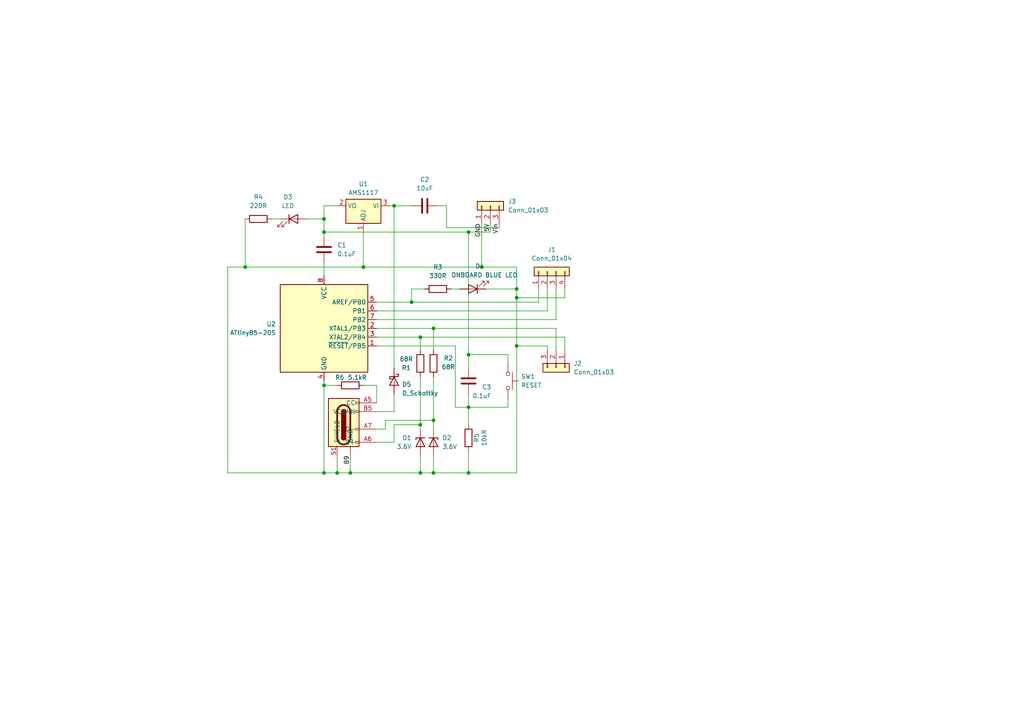
<source format=kicad_sch>
(kicad_sch
	(version 20231120)
	(generator "eeschema")
	(generator_version "8.0")
	(uuid "75114533-42e5-4894-9208-99aa2cca86da")
	(paper "A4")
	(lib_symbols
		(symbol "Connector:USB_C_Plug_USB2.0"
			(pin_names
				(offset 1.016)
			)
			(exclude_from_sim no)
			(in_bom yes)
			(on_board yes)
			(property "Reference" "P1"
				(at 0.508 14.732 0)
				(effects
					(font
						(size 1.27 1.27)
					)
				)
			)
			(property "Value" "USB_C_Plug_USB2.0"
				(at 0.508 12.192 0)
				(effects
					(font
						(size 1.27 1.27)
					)
				)
			)
			(property "Footprint" ""
				(at 3.81 0 0)
				(effects
					(font
						(size 1.27 1.27)
					)
					(hide yes)
				)
			)
			(property "Datasheet" "https://www.usb.org/sites/default/files/documents/usb_type-c.zip"
				(at -1.27 0 0)
				(effects
					(font
						(size 1.27 1.27)
					)
					(hide yes)
				)
			)
			(property "Description" "USB 2.0-only Type-C Plug connector"
				(at -5.08 0 0)
				(effects
					(font
						(size 1.27 1.27)
					)
					(hide yes)
				)
			)
			(property "ki_keywords" "usb universal serial bus type-C USB2.0"
				(at 0 0 0)
				(effects
					(font
						(size 1.27 1.27)
					)
					(hide yes)
				)
			)
			(property "ki_fp_filters" "USB*C*Plug*"
				(at 0 0 0)
				(effects
					(font
						(size 1.27 1.27)
					)
					(hide yes)
				)
			)
			(symbol "USB_C_Plug_USB2.0_0_0"
				(rectangle
					(start 5.08 -2.286)
					(end 4.064 -2.794)
					(stroke
						(width 0)
						(type default)
					)
					(fill
						(type none)
					)
				)
				(rectangle
					(start 5.08 1.524)
					(end 4.064 1.016)
					(stroke
						(width 0)
						(type default)
					)
					(fill
						(type none)
					)
				)
				(rectangle
					(start 5.08 6.604)
					(end 4.064 6.096)
					(stroke
						(width 0)
						(type default)
					)
					(fill
						(type none)
					)
				)
				(rectangle
					(start 5.08 9.144)
					(end 4.064 8.636)
					(stroke
						(width 0)
						(type default)
					)
					(fill
						(type none)
					)
				)
			)
			(symbol "USB_C_Plug_USB2.0_0_1"
				(rectangle
					(start -3.81 10.16)
					(end 5.08 -3.81)
					(stroke
						(width 0.254)
						(type default)
					)
					(fill
						(type background)
					)
				)
				(arc
					(start -1.27 -1.27)
					(mid 0.635 -3.1667)
					(end 2.54 -1.27)
					(stroke
						(width 0.508)
						(type default)
					)
					(fill
						(type none)
					)
				)
				(arc
					(start 0 -1.27)
					(mid 0.635 -1.9023)
					(end 1.27 -1.27)
					(stroke
						(width 0.254)
						(type default)
					)
					(fill
						(type none)
					)
				)
				(arc
					(start 0 -1.27)
					(mid 0.635 -1.9023)
					(end 1.27 -1.27)
					(stroke
						(width 0.254)
						(type default)
					)
					(fill
						(type outline)
					)
				)
				(polyline
					(pts
						(xy -1.27 -1.27) (xy -1.27 6.35)
					)
					(stroke
						(width 0.508)
						(type default)
					)
					(fill
						(type none)
					)
				)
				(polyline
					(pts
						(xy 2.54 6.35) (xy 2.54 -1.27)
					)
					(stroke
						(width 0.508)
						(type default)
					)
					(fill
						(type none)
					)
				)
				(rectangle
					(start 0 6.35)
					(end 1.27 -1.27)
					(stroke
						(width 0.254)
						(type default)
					)
					(fill
						(type outline)
					)
				)
				(arc
					(start 1.27 6.35)
					(mid 0.635 6.9823)
					(end 0 6.35)
					(stroke
						(width 0.254)
						(type default)
					)
					(fill
						(type none)
					)
				)
				(arc
					(start 1.27 6.35)
					(mid 0.635 6.9823)
					(end 0 6.35)
					(stroke
						(width 0.254)
						(type default)
					)
					(fill
						(type outline)
					)
				)
				(arc
					(start 2.54 6.35)
					(mid 0.635 8.2467)
					(end -1.27 6.35)
					(stroke
						(width 0.508)
						(type default)
					)
					(fill
						(type none)
					)
				)
			)
			(symbol "USB_C_Plug_USB2.0_1_1"
				(pin power_out line
					(at 2.54 -6.35 90)
					(length 2.54)
					(name "GND"
						(effects
							(font
								(size 1.27 1.27)
							)
						)
					)
					(number ""
						(effects
							(font
								(size 1.27 1.27)
							)
						)
					)
				)
				(pin bidirectional line
					(at 10.16 8.89 180)
					(length 5.08)
					(name "CC"
						(effects
							(font
								(size 1.27 1.27)
							)
						)
					)
					(number "A5"
						(effects
							(font
								(size 1.27 1.27)
							)
						)
					)
				)
				(pin bidirectional line
					(at 10.16 -2.54 180)
					(length 5.08)
					(name "D+"
						(effects
							(font
								(size 1.27 1.27)
							)
						)
					)
					(number "A6"
						(effects
							(font
								(size 1.27 1.27)
							)
						)
					)
				)
				(pin bidirectional line
					(at 10.16 1.27 180)
					(length 5.08)
					(name "D-"
						(effects
							(font
								(size 1.27 1.27)
							)
						)
					)
					(number "A7"
						(effects
							(font
								(size 1.27 1.27)
							)
						)
					)
				)
				(pin bidirectional line
					(at 10.16 6.35 180)
					(length 5.08)
					(name "VCONN"
						(effects
							(font
								(size 1.27 1.27)
							)
						)
					)
					(number "B5"
						(effects
							(font
								(size 1.27 1.27)
							)
						)
					)
				)
				(pin passive line
					(at -1.27 -6.35 90)
					(length 2.54)
					(name "SHIELD"
						(effects
							(font
								(size 1.27 1.27)
							)
						)
					)
					(number "S1"
						(effects
							(font
								(size 1.27 1.27)
							)
						)
					)
				)
			)
		)
		(symbol "Connector_Generic:Conn_01x03"
			(pin_names
				(offset 1.016) hide)
			(exclude_from_sim no)
			(in_bom yes)
			(on_board yes)
			(property "Reference" "J"
				(at 0 5.08 0)
				(effects
					(font
						(size 1.27 1.27)
					)
				)
			)
			(property "Value" "Conn_01x03"
				(at 0 -5.08 0)
				(effects
					(font
						(size 1.27 1.27)
					)
				)
			)
			(property "Footprint" ""
				(at 0 0 0)
				(effects
					(font
						(size 1.27 1.27)
					)
					(hide yes)
				)
			)
			(property "Datasheet" "~"
				(at 0 0 0)
				(effects
					(font
						(size 1.27 1.27)
					)
					(hide yes)
				)
			)
			(property "Description" "Generic connector, single row, 01x03, script generated (kicad-library-utils/schlib/autogen/connector/)"
				(at 0 0 0)
				(effects
					(font
						(size 1.27 1.27)
					)
					(hide yes)
				)
			)
			(property "ki_keywords" "connector"
				(at 0 0 0)
				(effects
					(font
						(size 1.27 1.27)
					)
					(hide yes)
				)
			)
			(property "ki_fp_filters" "Connector*:*_1x??_*"
				(at 0 0 0)
				(effects
					(font
						(size 1.27 1.27)
					)
					(hide yes)
				)
			)
			(symbol "Conn_01x03_1_1"
				(rectangle
					(start -1.27 -2.413)
					(end 0 -2.667)
					(stroke
						(width 0.1524)
						(type default)
					)
					(fill
						(type none)
					)
				)
				(rectangle
					(start -1.27 0.127)
					(end 0 -0.127)
					(stroke
						(width 0.1524)
						(type default)
					)
					(fill
						(type none)
					)
				)
				(rectangle
					(start -1.27 2.667)
					(end 0 2.413)
					(stroke
						(width 0.1524)
						(type default)
					)
					(fill
						(type none)
					)
				)
				(rectangle
					(start -1.27 3.81)
					(end 1.27 -3.81)
					(stroke
						(width 0.254)
						(type default)
					)
					(fill
						(type background)
					)
				)
				(pin passive line
					(at -5.08 2.54 0)
					(length 3.81)
					(name "Pin_1"
						(effects
							(font
								(size 1.27 1.27)
							)
						)
					)
					(number "1"
						(effects
							(font
								(size 1.27 1.27)
							)
						)
					)
				)
				(pin passive line
					(at -5.08 0 0)
					(length 3.81)
					(name "Pin_2"
						(effects
							(font
								(size 1.27 1.27)
							)
						)
					)
					(number "2"
						(effects
							(font
								(size 1.27 1.27)
							)
						)
					)
				)
				(pin passive line
					(at -5.08 -2.54 0)
					(length 3.81)
					(name "Pin_3"
						(effects
							(font
								(size 1.27 1.27)
							)
						)
					)
					(number "3"
						(effects
							(font
								(size 1.27 1.27)
							)
						)
					)
				)
			)
		)
		(symbol "Connector_Generic:Conn_01x04"
			(pin_names
				(offset 1.016) hide)
			(exclude_from_sim no)
			(in_bom yes)
			(on_board yes)
			(property "Reference" "J"
				(at 0 5.08 0)
				(effects
					(font
						(size 1.27 1.27)
					)
				)
			)
			(property "Value" "Conn_01x04"
				(at 0 -7.62 0)
				(effects
					(font
						(size 1.27 1.27)
					)
				)
			)
			(property "Footprint" ""
				(at 0 0 0)
				(effects
					(font
						(size 1.27 1.27)
					)
					(hide yes)
				)
			)
			(property "Datasheet" "~"
				(at 0 0 0)
				(effects
					(font
						(size 1.27 1.27)
					)
					(hide yes)
				)
			)
			(property "Description" "Generic connector, single row, 01x04, script generated (kicad-library-utils/schlib/autogen/connector/)"
				(at 0 0 0)
				(effects
					(font
						(size 1.27 1.27)
					)
					(hide yes)
				)
			)
			(property "ki_keywords" "connector"
				(at 0 0 0)
				(effects
					(font
						(size 1.27 1.27)
					)
					(hide yes)
				)
			)
			(property "ki_fp_filters" "Connector*:*_1x??_*"
				(at 0 0 0)
				(effects
					(font
						(size 1.27 1.27)
					)
					(hide yes)
				)
			)
			(symbol "Conn_01x04_1_1"
				(rectangle
					(start -1.27 -4.953)
					(end 0 -5.207)
					(stroke
						(width 0.1524)
						(type default)
					)
					(fill
						(type none)
					)
				)
				(rectangle
					(start -1.27 -2.413)
					(end 0 -2.667)
					(stroke
						(width 0.1524)
						(type default)
					)
					(fill
						(type none)
					)
				)
				(rectangle
					(start -1.27 0.127)
					(end 0 -0.127)
					(stroke
						(width 0.1524)
						(type default)
					)
					(fill
						(type none)
					)
				)
				(rectangle
					(start -1.27 2.667)
					(end 0 2.413)
					(stroke
						(width 0.1524)
						(type default)
					)
					(fill
						(type none)
					)
				)
				(rectangle
					(start -1.27 3.81)
					(end 1.27 -6.35)
					(stroke
						(width 0.254)
						(type default)
					)
					(fill
						(type background)
					)
				)
				(pin passive line
					(at -5.08 2.54 0)
					(length 3.81)
					(name "Pin_1"
						(effects
							(font
								(size 1.27 1.27)
							)
						)
					)
					(number "1"
						(effects
							(font
								(size 1.27 1.27)
							)
						)
					)
				)
				(pin passive line
					(at -5.08 0 0)
					(length 3.81)
					(name "Pin_2"
						(effects
							(font
								(size 1.27 1.27)
							)
						)
					)
					(number "2"
						(effects
							(font
								(size 1.27 1.27)
							)
						)
					)
				)
				(pin passive line
					(at -5.08 -2.54 0)
					(length 3.81)
					(name "Pin_3"
						(effects
							(font
								(size 1.27 1.27)
							)
						)
					)
					(number "3"
						(effects
							(font
								(size 1.27 1.27)
							)
						)
					)
				)
				(pin passive line
					(at -5.08 -5.08 0)
					(length 3.81)
					(name "Pin_4"
						(effects
							(font
								(size 1.27 1.27)
							)
						)
					)
					(number "4"
						(effects
							(font
								(size 1.27 1.27)
							)
						)
					)
				)
			)
		)
		(symbol "Device:C"
			(pin_numbers hide)
			(pin_names
				(offset 0.254)
			)
			(exclude_from_sim no)
			(in_bom yes)
			(on_board yes)
			(property "Reference" "C"
				(at 0.635 2.54 0)
				(effects
					(font
						(size 1.27 1.27)
					)
					(justify left)
				)
			)
			(property "Value" "C"
				(at 0.635 -2.54 0)
				(effects
					(font
						(size 1.27 1.27)
					)
					(justify left)
				)
			)
			(property "Footprint" ""
				(at 0.9652 -3.81 0)
				(effects
					(font
						(size 1.27 1.27)
					)
					(hide yes)
				)
			)
			(property "Datasheet" "~"
				(at 0 0 0)
				(effects
					(font
						(size 1.27 1.27)
					)
					(hide yes)
				)
			)
			(property "Description" "Unpolarized capacitor"
				(at 0 0 0)
				(effects
					(font
						(size 1.27 1.27)
					)
					(hide yes)
				)
			)
			(property "ki_keywords" "cap capacitor"
				(at 0 0 0)
				(effects
					(font
						(size 1.27 1.27)
					)
					(hide yes)
				)
			)
			(property "ki_fp_filters" "C_*"
				(at 0 0 0)
				(effects
					(font
						(size 1.27 1.27)
					)
					(hide yes)
				)
			)
			(symbol "C_0_1"
				(polyline
					(pts
						(xy -2.032 -0.762) (xy 2.032 -0.762)
					)
					(stroke
						(width 0.508)
						(type default)
					)
					(fill
						(type none)
					)
				)
				(polyline
					(pts
						(xy -2.032 0.762) (xy 2.032 0.762)
					)
					(stroke
						(width 0.508)
						(type default)
					)
					(fill
						(type none)
					)
				)
			)
			(symbol "C_1_1"
				(pin passive line
					(at 0 3.81 270)
					(length 2.794)
					(name "~"
						(effects
							(font
								(size 1.27 1.27)
							)
						)
					)
					(number "1"
						(effects
							(font
								(size 1.27 1.27)
							)
						)
					)
				)
				(pin passive line
					(at 0 -3.81 90)
					(length 2.794)
					(name "~"
						(effects
							(font
								(size 1.27 1.27)
							)
						)
					)
					(number "2"
						(effects
							(font
								(size 1.27 1.27)
							)
						)
					)
				)
			)
		)
		(symbol "Device:D_Schottky"
			(pin_numbers hide)
			(pin_names
				(offset 1.016) hide)
			(exclude_from_sim no)
			(in_bom yes)
			(on_board yes)
			(property "Reference" "D"
				(at 0 2.54 0)
				(effects
					(font
						(size 1.27 1.27)
					)
				)
			)
			(property "Value" "D_Schottky"
				(at 0 -2.54 0)
				(effects
					(font
						(size 1.27 1.27)
					)
				)
			)
			(property "Footprint" ""
				(at 0 0 0)
				(effects
					(font
						(size 1.27 1.27)
					)
					(hide yes)
				)
			)
			(property "Datasheet" "~"
				(at 0 0 0)
				(effects
					(font
						(size 1.27 1.27)
					)
					(hide yes)
				)
			)
			(property "Description" "Schottky diode"
				(at 0 0 0)
				(effects
					(font
						(size 1.27 1.27)
					)
					(hide yes)
				)
			)
			(property "ki_keywords" "diode Schottky"
				(at 0 0 0)
				(effects
					(font
						(size 1.27 1.27)
					)
					(hide yes)
				)
			)
			(property "ki_fp_filters" "TO-???* *_Diode_* *SingleDiode* D_*"
				(at 0 0 0)
				(effects
					(font
						(size 1.27 1.27)
					)
					(hide yes)
				)
			)
			(symbol "D_Schottky_0_1"
				(polyline
					(pts
						(xy 1.27 0) (xy -1.27 0)
					)
					(stroke
						(width 0)
						(type default)
					)
					(fill
						(type none)
					)
				)
				(polyline
					(pts
						(xy 1.27 1.27) (xy 1.27 -1.27) (xy -1.27 0) (xy 1.27 1.27)
					)
					(stroke
						(width 0.254)
						(type default)
					)
					(fill
						(type none)
					)
				)
				(polyline
					(pts
						(xy -1.905 0.635) (xy -1.905 1.27) (xy -1.27 1.27) (xy -1.27 -1.27) (xy -0.635 -1.27) (xy -0.635 -0.635)
					)
					(stroke
						(width 0.254)
						(type default)
					)
					(fill
						(type none)
					)
				)
			)
			(symbol "D_Schottky_1_1"
				(pin passive line
					(at -3.81 0 0)
					(length 2.54)
					(name "K"
						(effects
							(font
								(size 1.27 1.27)
							)
						)
					)
					(number "1"
						(effects
							(font
								(size 1.27 1.27)
							)
						)
					)
				)
				(pin passive line
					(at 3.81 0 180)
					(length 2.54)
					(name "A"
						(effects
							(font
								(size 1.27 1.27)
							)
						)
					)
					(number "2"
						(effects
							(font
								(size 1.27 1.27)
							)
						)
					)
				)
			)
		)
		(symbol "Device:D_Zener"
			(pin_numbers hide)
			(pin_names
				(offset 1.016) hide)
			(exclude_from_sim no)
			(in_bom yes)
			(on_board yes)
			(property "Reference" "D"
				(at 0 2.54 0)
				(effects
					(font
						(size 1.27 1.27)
					)
				)
			)
			(property "Value" "D_Zener"
				(at 0 -2.54 0)
				(effects
					(font
						(size 1.27 1.27)
					)
				)
			)
			(property "Footprint" ""
				(at 0 0 0)
				(effects
					(font
						(size 1.27 1.27)
					)
					(hide yes)
				)
			)
			(property "Datasheet" "~"
				(at 0 0 0)
				(effects
					(font
						(size 1.27 1.27)
					)
					(hide yes)
				)
			)
			(property "Description" "Zener diode"
				(at 0 0 0)
				(effects
					(font
						(size 1.27 1.27)
					)
					(hide yes)
				)
			)
			(property "ki_keywords" "diode"
				(at 0 0 0)
				(effects
					(font
						(size 1.27 1.27)
					)
					(hide yes)
				)
			)
			(property "ki_fp_filters" "TO-???* *_Diode_* *SingleDiode* D_*"
				(at 0 0 0)
				(effects
					(font
						(size 1.27 1.27)
					)
					(hide yes)
				)
			)
			(symbol "D_Zener_0_1"
				(polyline
					(pts
						(xy 1.27 0) (xy -1.27 0)
					)
					(stroke
						(width 0)
						(type default)
					)
					(fill
						(type none)
					)
				)
				(polyline
					(pts
						(xy -1.27 -1.27) (xy -1.27 1.27) (xy -0.762 1.27)
					)
					(stroke
						(width 0.254)
						(type default)
					)
					(fill
						(type none)
					)
				)
				(polyline
					(pts
						(xy 1.27 -1.27) (xy 1.27 1.27) (xy -1.27 0) (xy 1.27 -1.27)
					)
					(stroke
						(width 0.254)
						(type default)
					)
					(fill
						(type none)
					)
				)
			)
			(symbol "D_Zener_1_1"
				(pin passive line
					(at -3.81 0 0)
					(length 2.54)
					(name "K"
						(effects
							(font
								(size 1.27 1.27)
							)
						)
					)
					(number "1"
						(effects
							(font
								(size 1.27 1.27)
							)
						)
					)
				)
				(pin passive line
					(at 3.81 0 180)
					(length 2.54)
					(name "A"
						(effects
							(font
								(size 1.27 1.27)
							)
						)
					)
					(number "2"
						(effects
							(font
								(size 1.27 1.27)
							)
						)
					)
				)
			)
		)
		(symbol "Device:LED"
			(pin_numbers hide)
			(pin_names
				(offset 1.016) hide)
			(exclude_from_sim no)
			(in_bom yes)
			(on_board yes)
			(property "Reference" "D"
				(at 0 2.54 0)
				(effects
					(font
						(size 1.27 1.27)
					)
				)
			)
			(property "Value" "LED"
				(at 0 -2.54 0)
				(effects
					(font
						(size 1.27 1.27)
					)
				)
			)
			(property "Footprint" ""
				(at 0 0 0)
				(effects
					(font
						(size 1.27 1.27)
					)
					(hide yes)
				)
			)
			(property "Datasheet" "~"
				(at 0 0 0)
				(effects
					(font
						(size 1.27 1.27)
					)
					(hide yes)
				)
			)
			(property "Description" "Light emitting diode"
				(at 0 0 0)
				(effects
					(font
						(size 1.27 1.27)
					)
					(hide yes)
				)
			)
			(property "ki_keywords" "LED diode"
				(at 0 0 0)
				(effects
					(font
						(size 1.27 1.27)
					)
					(hide yes)
				)
			)
			(property "ki_fp_filters" "LED* LED_SMD:* LED_THT:*"
				(at 0 0 0)
				(effects
					(font
						(size 1.27 1.27)
					)
					(hide yes)
				)
			)
			(symbol "LED_0_1"
				(polyline
					(pts
						(xy -1.27 -1.27) (xy -1.27 1.27)
					)
					(stroke
						(width 0.254)
						(type default)
					)
					(fill
						(type none)
					)
				)
				(polyline
					(pts
						(xy -1.27 0) (xy 1.27 0)
					)
					(stroke
						(width 0)
						(type default)
					)
					(fill
						(type none)
					)
				)
				(polyline
					(pts
						(xy 1.27 -1.27) (xy 1.27 1.27) (xy -1.27 0) (xy 1.27 -1.27)
					)
					(stroke
						(width 0.254)
						(type default)
					)
					(fill
						(type none)
					)
				)
				(polyline
					(pts
						(xy -3.048 -0.762) (xy -4.572 -2.286) (xy -3.81 -2.286) (xy -4.572 -2.286) (xy -4.572 -1.524)
					)
					(stroke
						(width 0)
						(type default)
					)
					(fill
						(type none)
					)
				)
				(polyline
					(pts
						(xy -1.778 -0.762) (xy -3.302 -2.286) (xy -2.54 -2.286) (xy -3.302 -2.286) (xy -3.302 -1.524)
					)
					(stroke
						(width 0)
						(type default)
					)
					(fill
						(type none)
					)
				)
			)
			(symbol "LED_1_1"
				(pin passive line
					(at -3.81 0 0)
					(length 2.54)
					(name "K"
						(effects
							(font
								(size 1.27 1.27)
							)
						)
					)
					(number "1"
						(effects
							(font
								(size 1.27 1.27)
							)
						)
					)
				)
				(pin passive line
					(at 3.81 0 180)
					(length 2.54)
					(name "A"
						(effects
							(font
								(size 1.27 1.27)
							)
						)
					)
					(number "2"
						(effects
							(font
								(size 1.27 1.27)
							)
						)
					)
				)
			)
		)
		(symbol "Device:R"
			(pin_numbers hide)
			(pin_names
				(offset 0)
			)
			(exclude_from_sim no)
			(in_bom yes)
			(on_board yes)
			(property "Reference" "R"
				(at 2.032 0 90)
				(effects
					(font
						(size 1.27 1.27)
					)
				)
			)
			(property "Value" "R"
				(at 0 0 90)
				(effects
					(font
						(size 1.27 1.27)
					)
				)
			)
			(property "Footprint" ""
				(at -1.778 0 90)
				(effects
					(font
						(size 1.27 1.27)
					)
					(hide yes)
				)
			)
			(property "Datasheet" "~"
				(at 0 0 0)
				(effects
					(font
						(size 1.27 1.27)
					)
					(hide yes)
				)
			)
			(property "Description" "Resistor"
				(at 0 0 0)
				(effects
					(font
						(size 1.27 1.27)
					)
					(hide yes)
				)
			)
			(property "ki_keywords" "R res resistor"
				(at 0 0 0)
				(effects
					(font
						(size 1.27 1.27)
					)
					(hide yes)
				)
			)
			(property "ki_fp_filters" "R_*"
				(at 0 0 0)
				(effects
					(font
						(size 1.27 1.27)
					)
					(hide yes)
				)
			)
			(symbol "R_0_1"
				(rectangle
					(start -1.016 -2.54)
					(end 1.016 2.54)
					(stroke
						(width 0.254)
						(type default)
					)
					(fill
						(type none)
					)
				)
			)
			(symbol "R_1_1"
				(pin passive line
					(at 0 3.81 270)
					(length 1.27)
					(name "~"
						(effects
							(font
								(size 1.27 1.27)
							)
						)
					)
					(number "1"
						(effects
							(font
								(size 1.27 1.27)
							)
						)
					)
				)
				(pin passive line
					(at 0 -3.81 90)
					(length 1.27)
					(name "~"
						(effects
							(font
								(size 1.27 1.27)
							)
						)
					)
					(number "2"
						(effects
							(font
								(size 1.27 1.27)
							)
						)
					)
				)
			)
		)
		(symbol "MCU_Microchip_ATtiny:ATtiny85-20S"
			(exclude_from_sim no)
			(in_bom yes)
			(on_board yes)
			(property "Reference" "U"
				(at -12.7 13.97 0)
				(effects
					(font
						(size 1.27 1.27)
					)
					(justify left bottom)
				)
			)
			(property "Value" "ATtiny85-20S"
				(at 2.54 -13.97 0)
				(effects
					(font
						(size 1.27 1.27)
					)
					(justify left top)
				)
			)
			(property "Footprint" "Package_SO:SOIC-8W_5.3x5.3mm_P1.27mm"
				(at 0 0 0)
				(effects
					(font
						(size 1.27 1.27)
						(italic yes)
					)
					(hide yes)
				)
			)
			(property "Datasheet" "http://ww1.microchip.com/downloads/en/DeviceDoc/atmel-2586-avr-8-bit-microcontroller-attiny25-attiny45-attiny85_datasheet.pdf"
				(at 0 0 0)
				(effects
					(font
						(size 1.27 1.27)
					)
					(hide yes)
				)
			)
			(property "Description" "20MHz, 8kB Flash, 512B SRAM, 512B EEPROM, debugWIRE, SOIC-8W"
				(at 0 0 0)
				(effects
					(font
						(size 1.27 1.27)
					)
					(hide yes)
				)
			)
			(property "ki_keywords" "AVR 8bit Microcontroller tinyAVR"
				(at 0 0 0)
				(effects
					(font
						(size 1.27 1.27)
					)
					(hide yes)
				)
			)
			(property "ki_fp_filters" "SOIC*5.3x5.3mm*P1.27mm*"
				(at 0 0 0)
				(effects
					(font
						(size 1.27 1.27)
					)
					(hide yes)
				)
			)
			(symbol "ATtiny85-20S_0_1"
				(rectangle
					(start -12.7 -12.7)
					(end 12.7 12.7)
					(stroke
						(width 0.254)
						(type default)
					)
					(fill
						(type background)
					)
				)
			)
			(symbol "ATtiny85-20S_1_1"
				(pin bidirectional line
					(at 15.24 -5.08 180)
					(length 2.54)
					(name "~{RESET}/PB5"
						(effects
							(font
								(size 1.27 1.27)
							)
						)
					)
					(number "1"
						(effects
							(font
								(size 1.27 1.27)
							)
						)
					)
				)
				(pin bidirectional line
					(at 15.24 0 180)
					(length 2.54)
					(name "XTAL1/PB3"
						(effects
							(font
								(size 1.27 1.27)
							)
						)
					)
					(number "2"
						(effects
							(font
								(size 1.27 1.27)
							)
						)
					)
				)
				(pin bidirectional line
					(at 15.24 -2.54 180)
					(length 2.54)
					(name "XTAL2/PB4"
						(effects
							(font
								(size 1.27 1.27)
							)
						)
					)
					(number "3"
						(effects
							(font
								(size 1.27 1.27)
							)
						)
					)
				)
				(pin power_in line
					(at 0 -15.24 90)
					(length 2.54)
					(name "GND"
						(effects
							(font
								(size 1.27 1.27)
							)
						)
					)
					(number "4"
						(effects
							(font
								(size 1.27 1.27)
							)
						)
					)
				)
				(pin bidirectional line
					(at 15.24 7.62 180)
					(length 2.54)
					(name "AREF/PB0"
						(effects
							(font
								(size 1.27 1.27)
							)
						)
					)
					(number "5"
						(effects
							(font
								(size 1.27 1.27)
							)
						)
					)
				)
				(pin bidirectional line
					(at 15.24 5.08 180)
					(length 2.54)
					(name "PB1"
						(effects
							(font
								(size 1.27 1.27)
							)
						)
					)
					(number "6"
						(effects
							(font
								(size 1.27 1.27)
							)
						)
					)
				)
				(pin bidirectional line
					(at 15.24 2.54 180)
					(length 2.54)
					(name "PB2"
						(effects
							(font
								(size 1.27 1.27)
							)
						)
					)
					(number "7"
						(effects
							(font
								(size 1.27 1.27)
							)
						)
					)
				)
				(pin power_in line
					(at 0 15.24 270)
					(length 2.54)
					(name "VCC"
						(effects
							(font
								(size 1.27 1.27)
							)
						)
					)
					(number "8"
						(effects
							(font
								(size 1.27 1.27)
							)
						)
					)
				)
			)
		)
		(symbol "Regulator_Linear:AMS1117"
			(exclude_from_sim no)
			(in_bom yes)
			(on_board yes)
			(property "Reference" "U"
				(at -3.81 3.175 0)
				(effects
					(font
						(size 1.27 1.27)
					)
				)
			)
			(property "Value" "AMS1117"
				(at 0 3.175 0)
				(effects
					(font
						(size 1.27 1.27)
					)
					(justify left)
				)
			)
			(property "Footprint" "Package_TO_SOT_SMD:SOT-223-3_TabPin2"
				(at 0 5.08 0)
				(effects
					(font
						(size 1.27 1.27)
					)
					(hide yes)
				)
			)
			(property "Datasheet" "http://www.advanced-monolithic.com/pdf/ds1117.pdf"
				(at 2.54 -6.35 0)
				(effects
					(font
						(size 1.27 1.27)
					)
					(hide yes)
				)
			)
			(property "Description" "1A Low Dropout regulator, positive, adjustable output, SOT-223"
				(at 0 0 0)
				(effects
					(font
						(size 1.27 1.27)
					)
					(hide yes)
				)
			)
			(property "ki_keywords" "linear regulator ldo adjustable positive"
				(at 0 0 0)
				(effects
					(font
						(size 1.27 1.27)
					)
					(hide yes)
				)
			)
			(property "ki_fp_filters" "SOT?223*TabPin2*"
				(at 0 0 0)
				(effects
					(font
						(size 1.27 1.27)
					)
					(hide yes)
				)
			)
			(symbol "AMS1117_0_1"
				(rectangle
					(start -5.08 -5.08)
					(end 5.08 1.905)
					(stroke
						(width 0.254)
						(type default)
					)
					(fill
						(type background)
					)
				)
			)
			(symbol "AMS1117_1_1"
				(pin input line
					(at 0 -7.62 90)
					(length 2.54)
					(name "ADJ"
						(effects
							(font
								(size 1.27 1.27)
							)
						)
					)
					(number "1"
						(effects
							(font
								(size 1.27 1.27)
							)
						)
					)
				)
				(pin power_out line
					(at 7.62 0 180)
					(length 2.54)
					(name "VO"
						(effects
							(font
								(size 1.27 1.27)
							)
						)
					)
					(number "2"
						(effects
							(font
								(size 1.27 1.27)
							)
						)
					)
				)
				(pin power_in line
					(at -7.62 0 0)
					(length 2.54)
					(name "VI"
						(effects
							(font
								(size 1.27 1.27)
							)
						)
					)
					(number "3"
						(effects
							(font
								(size 1.27 1.27)
							)
						)
					)
				)
			)
		)
		(symbol "Switch:SW_Push"
			(pin_numbers hide)
			(pin_names
				(offset 1.016) hide)
			(exclude_from_sim no)
			(in_bom yes)
			(on_board yes)
			(property "Reference" "SW"
				(at 1.27 2.54 0)
				(effects
					(font
						(size 1.27 1.27)
					)
					(justify left)
				)
			)
			(property "Value" "SW_Push"
				(at 0 -1.524 0)
				(effects
					(font
						(size 1.27 1.27)
					)
				)
			)
			(property "Footprint" ""
				(at 0 5.08 0)
				(effects
					(font
						(size 1.27 1.27)
					)
					(hide yes)
				)
			)
			(property "Datasheet" "~"
				(at 0 5.08 0)
				(effects
					(font
						(size 1.27 1.27)
					)
					(hide yes)
				)
			)
			(property "Description" "Push button switch, generic, two pins"
				(at 0 0 0)
				(effects
					(font
						(size 1.27 1.27)
					)
					(hide yes)
				)
			)
			(property "ki_keywords" "switch normally-open pushbutton push-button"
				(at 0 0 0)
				(effects
					(font
						(size 1.27 1.27)
					)
					(hide yes)
				)
			)
			(symbol "SW_Push_0_1"
				(circle
					(center -2.032 0)
					(radius 0.508)
					(stroke
						(width 0)
						(type default)
					)
					(fill
						(type none)
					)
				)
				(polyline
					(pts
						(xy 0 1.27) (xy 0 3.048)
					)
					(stroke
						(width 0)
						(type default)
					)
					(fill
						(type none)
					)
				)
				(polyline
					(pts
						(xy 2.54 1.27) (xy -2.54 1.27)
					)
					(stroke
						(width 0)
						(type default)
					)
					(fill
						(type none)
					)
				)
				(circle
					(center 2.032 0)
					(radius 0.508)
					(stroke
						(width 0)
						(type default)
					)
					(fill
						(type none)
					)
				)
				(pin passive line
					(at -5.08 0 0)
					(length 2.54)
					(name "1"
						(effects
							(font
								(size 1.27 1.27)
							)
						)
					)
					(number "1"
						(effects
							(font
								(size 1.27 1.27)
							)
						)
					)
				)
				(pin passive line
					(at 5.08 0 180)
					(length 2.54)
					(name "2"
						(effects
							(font
								(size 1.27 1.27)
							)
						)
					)
					(number "2"
						(effects
							(font
								(size 1.27 1.27)
							)
						)
					)
				)
			)
		)
	)
	(junction
		(at 71.12 77.47)
		(diameter 0)
		(color 0 0 0 0)
		(uuid "05c7a664-0fcc-4bb1-9a54-101118733bd0")
	)
	(junction
		(at 93.98 63.5)
		(diameter 0)
		(color 0 0 0 0)
		(uuid "0b9ed0a9-4324-4d9f-9f97-2fcb5da6b21c")
	)
	(junction
		(at 93.98 67.31)
		(diameter 0)
		(color 0 0 0 0)
		(uuid "0dcdfae5-0f5f-4c35-993b-6b16bc0f6b2b")
	)
	(junction
		(at 125.73 121.92)
		(diameter 0)
		(color 0 0 0 0)
		(uuid "20851598-861d-440d-a818-74d4a8516229")
	)
	(junction
		(at 121.92 137.16)
		(diameter 0)
		(color 0 0 0 0)
		(uuid "2d979df0-963f-45df-8add-6dab02c75a2d")
	)
	(junction
		(at 135.89 118.11)
		(diameter 0)
		(color 0 0 0 0)
		(uuid "2ff6bf55-aa4e-42b6-99e4-f08374e37f05")
	)
	(junction
		(at 135.89 67.31)
		(diameter 0)
		(color 0 0 0 0)
		(uuid "44f8dafd-965d-4eb2-be43-cefded86be6d")
	)
	(junction
		(at 121.92 123.19)
		(diameter 0)
		(color 0 0 0 0)
		(uuid "451060e0-0a5f-45e8-963d-ca7efcf16abe")
	)
	(junction
		(at 149.86 86.36)
		(diameter 0)
		(color 0 0 0 0)
		(uuid "479e9e61-0f44-4107-885f-aa5b7fd97995")
	)
	(junction
		(at 149.86 100.33)
		(diameter 0)
		(color 0 0 0 0)
		(uuid "47bcb59d-0bbb-46f9-aca4-6bab0c9cb976")
	)
	(junction
		(at 125.73 95.25)
		(diameter 0)
		(color 0 0 0 0)
		(uuid "7d5eeaaa-cf94-4095-b0f8-7ec4f2aee0fd")
	)
	(junction
		(at 139.7 77.47)
		(diameter 0)
		(color 0 0 0 0)
		(uuid "7e739461-9a85-405f-a087-1cf7960e25ba")
	)
	(junction
		(at 93.98 137.16)
		(diameter 0)
		(color 0 0 0 0)
		(uuid "8d8f23a0-bed6-4ea4-b6b7-8bf05c22ab9c")
	)
	(junction
		(at 119.38 87.63)
		(diameter 0)
		(color 0 0 0 0)
		(uuid "94a16964-3ab9-4a80-9925-cab578e885b3")
	)
	(junction
		(at 101.6 137.16)
		(diameter 0)
		(color 0 0 0 0)
		(uuid "96038556-1a4b-42dc-b391-ddb0710747dc")
	)
	(junction
		(at 149.86 83.82)
		(diameter 0)
		(color 0 0 0 0)
		(uuid "bd845f74-b7f3-4037-b666-5b8185a37d9a")
	)
	(junction
		(at 97.79 137.16)
		(diameter 0)
		(color 0 0 0 0)
		(uuid "d05f0748-df11-40e1-88ac-5b0b87bcf330")
	)
	(junction
		(at 135.89 102.87)
		(diameter 0)
		(color 0 0 0 0)
		(uuid "d3e44aed-58e2-480b-8d63-a1e16d59a521")
	)
	(junction
		(at 125.73 137.16)
		(diameter 0)
		(color 0 0 0 0)
		(uuid "d6e17748-31cb-4059-b564-79d2c90b0e87")
	)
	(junction
		(at 93.98 111.76)
		(diameter 0)
		(color 0 0 0 0)
		(uuid "e255d295-c002-455a-aa4e-82d912edfd36")
	)
	(junction
		(at 105.41 77.47)
		(diameter 0)
		(color 0 0 0 0)
		(uuid "e25a159f-d1a3-4cfb-8984-a37df1da60bc")
	)
	(junction
		(at 114.3 59.69)
		(diameter 0)
		(color 0 0 0 0)
		(uuid "e676fc96-e88e-41b3-b6fc-f03ed769f98b")
	)
	(junction
		(at 121.92 97.79)
		(diameter 0)
		(color 0 0 0 0)
		(uuid "f953a643-096d-4ecf-abf4-8aa3366b36ae")
	)
	(junction
		(at 135.89 137.16)
		(diameter 0)
		(color 0 0 0 0)
		(uuid "ff0e4890-522c-49e3-98f8-42da9ea81c85")
	)
	(wire
		(pts
			(xy 127 59.69) (xy 129.54 59.69)
		)
		(stroke
			(width 0)
			(type default)
		)
		(uuid "04a56422-97b9-4a1c-8f59-a17808017e08")
	)
	(wire
		(pts
			(xy 93.98 137.16) (xy 97.79 137.16)
		)
		(stroke
			(width 0)
			(type default)
		)
		(uuid "0a330d39-86f3-40c9-9c12-e49f2fba526e")
	)
	(wire
		(pts
			(xy 121.92 97.79) (xy 163.83 97.79)
		)
		(stroke
			(width 0)
			(type default)
		)
		(uuid "0c75cb5d-2645-49bc-abbc-0f877cdfe6cf")
	)
	(wire
		(pts
			(xy 147.32 105.41) (xy 147.32 102.87)
		)
		(stroke
			(width 0)
			(type default)
		)
		(uuid "0dcb43af-24f6-4192-9eec-4820861b0bbc")
	)
	(wire
		(pts
			(xy 97.79 137.16) (xy 101.6 137.16)
		)
		(stroke
			(width 0)
			(type default)
		)
		(uuid "121207d7-cb4e-43fe-b0b4-7fba0645e2a6")
	)
	(wire
		(pts
			(xy 156.21 87.63) (xy 119.38 87.63)
		)
		(stroke
			(width 0)
			(type default)
		)
		(uuid "131384df-f534-4fdd-a260-45d321df73c0")
	)
	(wire
		(pts
			(xy 125.73 95.25) (xy 161.29 95.25)
		)
		(stroke
			(width 0)
			(type default)
		)
		(uuid "1c1d49ff-080b-464a-bb90-dfbeb68bf8b0")
	)
	(wire
		(pts
			(xy 158.75 100.33) (xy 158.75 101.6)
		)
		(stroke
			(width 0)
			(type default)
		)
		(uuid "1d204687-c866-4bba-8c5d-4666a9f0b515")
	)
	(wire
		(pts
			(xy 114.3 59.69) (xy 119.38 59.69)
		)
		(stroke
			(width 0)
			(type default)
		)
		(uuid "20d44331-e9e0-4137-964d-88c9213ff7d7")
	)
	(wire
		(pts
			(xy 161.29 83.82) (xy 161.29 92.71)
		)
		(stroke
			(width 0)
			(type default)
		)
		(uuid "252ce261-912a-4926-8f91-f5bbe894b19f")
	)
	(wire
		(pts
			(xy 161.29 95.25) (xy 161.29 101.6)
		)
		(stroke
			(width 0)
			(type default)
		)
		(uuid "26be968d-b769-4adc-9687-12e7c56dd54b")
	)
	(wire
		(pts
			(xy 135.89 102.87) (xy 135.89 106.68)
		)
		(stroke
			(width 0)
			(type default)
		)
		(uuid "2942bde0-de97-46a6-b84e-1850034ad2d7")
	)
	(wire
		(pts
			(xy 163.83 97.79) (xy 163.83 101.6)
		)
		(stroke
			(width 0)
			(type default)
		)
		(uuid "2b98df25-a00b-4b73-861c-927f2809447b")
	)
	(wire
		(pts
			(xy 125.73 95.25) (xy 125.73 101.6)
		)
		(stroke
			(width 0)
			(type default)
		)
		(uuid "2c2f24a5-3f57-4cbe-a2c2-ca3ddfa15c69")
	)
	(wire
		(pts
			(xy 139.7 64.77) (xy 139.7 77.47)
		)
		(stroke
			(width 0)
			(type default)
		)
		(uuid "2d70cd16-3259-4321-8be8-a241346befff")
	)
	(wire
		(pts
			(xy 147.32 118.11) (xy 135.89 118.11)
		)
		(stroke
			(width 0)
			(type default)
		)
		(uuid "2fd6e968-e9c3-4adb-ba0e-f1697e6b3d31")
	)
	(wire
		(pts
			(xy 158.75 90.17) (xy 109.22 90.17)
		)
		(stroke
			(width 0)
			(type default)
		)
		(uuid "3731423d-c100-4b07-9c76-0acabbaee908")
	)
	(wire
		(pts
			(xy 147.32 102.87) (xy 135.89 102.87)
		)
		(stroke
			(width 0)
			(type default)
		)
		(uuid "3758bca0-484c-466d-8587-8f40e93b7dc7")
	)
	(wire
		(pts
			(xy 93.98 111.76) (xy 97.79 111.76)
		)
		(stroke
			(width 0)
			(type default)
		)
		(uuid "37a851c0-3918-43ea-af70-85ec81b5cda8")
	)
	(wire
		(pts
			(xy 109.22 87.63) (xy 119.38 87.63)
		)
		(stroke
			(width 0)
			(type default)
		)
		(uuid "38d2f404-c7fb-4115-8714-7db5572a0166")
	)
	(wire
		(pts
			(xy 111.76 121.92) (xy 125.73 121.92)
		)
		(stroke
			(width 0)
			(type default)
		)
		(uuid "39786d86-a37e-4789-a5c0-16da2a7f2ba1")
	)
	(wire
		(pts
			(xy 105.41 77.47) (xy 105.41 67.31)
		)
		(stroke
			(width 0)
			(type default)
		)
		(uuid "3c669575-fc56-4e14-9313-119fdba50346")
	)
	(wire
		(pts
			(xy 121.92 97.79) (xy 121.92 101.6)
		)
		(stroke
			(width 0)
			(type default)
		)
		(uuid "4088af71-d46c-4ba0-8058-c248d3db6622")
	)
	(wire
		(pts
			(xy 109.22 95.25) (xy 125.73 95.25)
		)
		(stroke
			(width 0)
			(type default)
		)
		(uuid "42c21251-1f47-498d-876c-9c3afa89dbd0")
	)
	(wire
		(pts
			(xy 93.98 137.16) (xy 66.04 137.16)
		)
		(stroke
			(width 0)
			(type default)
		)
		(uuid "4e696db9-a8b1-4303-9eca-a5cd64f46943")
	)
	(wire
		(pts
			(xy 130.81 83.82) (xy 133.35 83.82)
		)
		(stroke
			(width 0)
			(type default)
		)
		(uuid "55fa8203-a22f-45f0-a67d-81b9a063e68e")
	)
	(wire
		(pts
			(xy 114.3 119.38) (xy 114.3 114.3)
		)
		(stroke
			(width 0)
			(type default)
		)
		(uuid "56bbfc84-7927-4cda-b33f-c13982b0f336")
	)
	(wire
		(pts
			(xy 149.86 83.82) (xy 149.86 86.36)
		)
		(stroke
			(width 0)
			(type default)
		)
		(uuid "5a8846d5-b591-4ff2-ac1e-61decfe172bb")
	)
	(wire
		(pts
			(xy 125.73 137.16) (xy 135.89 137.16)
		)
		(stroke
			(width 0)
			(type default)
		)
		(uuid "5b06d687-a4a9-49a7-959f-2119736c9d98")
	)
	(wire
		(pts
			(xy 119.38 83.82) (xy 119.38 87.63)
		)
		(stroke
			(width 0)
			(type default)
		)
		(uuid "5de31b7d-f5cd-4c13-9ac9-b73dd09b65f4")
	)
	(wire
		(pts
			(xy 93.98 63.5) (xy 93.98 67.31)
		)
		(stroke
			(width 0)
			(type default)
		)
		(uuid "601a2abc-ff4f-4717-8526-c259e0398096")
	)
	(wire
		(pts
			(xy 149.86 100.33) (xy 158.75 100.33)
		)
		(stroke
			(width 0)
			(type default)
		)
		(uuid "60406566-ddb2-4628-b65e-d9c339282098")
	)
	(wire
		(pts
			(xy 132.08 118.11) (xy 132.08 100.33)
		)
		(stroke
			(width 0)
			(type default)
		)
		(uuid "60537b97-6388-4801-893f-d7f5ef3e3261")
	)
	(wire
		(pts
			(xy 109.22 128.27) (xy 114.3 128.27)
		)
		(stroke
			(width 0)
			(type default)
		)
		(uuid "60a580d1-475b-4ddd-acec-8e74e19f6c44")
	)
	(wire
		(pts
			(xy 109.22 124.46) (xy 111.76 124.46)
		)
		(stroke
			(width 0)
			(type default)
		)
		(uuid "6110e107-09fa-4f01-a10f-79243597f09c")
	)
	(wire
		(pts
			(xy 109.22 111.76) (xy 109.22 116.84)
		)
		(stroke
			(width 0)
			(type default)
		)
		(uuid "622c929f-57dc-4e92-b5ae-10cb16239b0b")
	)
	(wire
		(pts
			(xy 140.97 83.82) (xy 149.86 83.82)
		)
		(stroke
			(width 0)
			(type default)
		)
		(uuid "62f334a9-d3b6-43c4-b76b-7120e0a87649")
	)
	(wire
		(pts
			(xy 121.92 109.22) (xy 121.92 123.19)
		)
		(stroke
			(width 0)
			(type default)
		)
		(uuid "6b1ed19a-777f-44e8-8f39-f3ae68e9dadd")
	)
	(wire
		(pts
			(xy 111.76 124.46) (xy 111.76 121.92)
		)
		(stroke
			(width 0)
			(type default)
		)
		(uuid "6dd3f6f6-3438-4013-92f5-8615b7496393")
	)
	(wire
		(pts
			(xy 66.04 77.47) (xy 71.12 77.47)
		)
		(stroke
			(width 0)
			(type default)
		)
		(uuid "6de3151f-ef7a-4a9d-bc4c-7870a5a89bba")
	)
	(wire
		(pts
			(xy 139.7 77.47) (xy 149.86 77.47)
		)
		(stroke
			(width 0)
			(type default)
		)
		(uuid "6e64435a-3178-4c8d-9f5f-b64ff66d466c")
	)
	(wire
		(pts
			(xy 135.89 137.16) (xy 149.86 137.16)
		)
		(stroke
			(width 0)
			(type default)
		)
		(uuid "6f6b1735-c109-410f-b035-d293e926322e")
	)
	(wire
		(pts
			(xy 135.89 114.3) (xy 135.89 118.11)
		)
		(stroke
			(width 0)
			(type default)
		)
		(uuid "710b7783-c28e-4bf8-8a9f-604591bad873")
	)
	(wire
		(pts
			(xy 93.98 111.76) (xy 93.98 137.16)
		)
		(stroke
			(width 0)
			(type default)
		)
		(uuid "73f765f7-19e1-42de-a70b-a6d52142f32a")
	)
	(wire
		(pts
			(xy 66.04 77.47) (xy 66.04 137.16)
		)
		(stroke
			(width 0)
			(type default)
		)
		(uuid "76cb2332-c234-4b3c-b9f3-a2bc243e8b7b")
	)
	(wire
		(pts
			(xy 149.86 86.36) (xy 149.86 100.33)
		)
		(stroke
			(width 0)
			(type default)
		)
		(uuid "788898fc-e850-4772-bb94-0cc0dfcf3b4b")
	)
	(wire
		(pts
			(xy 125.73 132.08) (xy 125.73 137.16)
		)
		(stroke
			(width 0)
			(type default)
		)
		(uuid "7cfff397-15c2-4bc5-9cb9-6ab40a065a4d")
	)
	(wire
		(pts
			(xy 163.83 83.82) (xy 163.83 86.36)
		)
		(stroke
			(width 0)
			(type default)
		)
		(uuid "7ff2fb29-62d9-42ef-9abd-a718583a4602")
	)
	(wire
		(pts
			(xy 105.41 77.47) (xy 139.7 77.47)
		)
		(stroke
			(width 0)
			(type default)
		)
		(uuid "8086d9c7-b55a-4493-aace-30fcc9745117")
	)
	(wire
		(pts
			(xy 93.98 110.49) (xy 93.98 111.76)
		)
		(stroke
			(width 0)
			(type default)
		)
		(uuid "8a1321f0-958a-4635-b90c-8ed282e5a363")
	)
	(wire
		(pts
			(xy 156.21 83.82) (xy 156.21 87.63)
		)
		(stroke
			(width 0)
			(type default)
		)
		(uuid "8b047a94-bc95-4a06-bff9-03aa5a86ee56")
	)
	(wire
		(pts
			(xy 135.89 130.81) (xy 135.89 137.16)
		)
		(stroke
			(width 0)
			(type default)
		)
		(uuid "8b81e090-6be9-424b-a082-65b33e6bc2dd")
	)
	(wire
		(pts
			(xy 71.12 63.5) (xy 71.12 77.47)
		)
		(stroke
			(width 0)
			(type default)
		)
		(uuid "8bacad34-39b0-4d31-b5bc-3c4090263d8f")
	)
	(wire
		(pts
			(xy 114.3 128.27) (xy 114.3 123.19)
		)
		(stroke
			(width 0)
			(type default)
		)
		(uuid "8d0f2916-3c3b-4ce9-bc4e-ebf7bf334c1a")
	)
	(wire
		(pts
			(xy 125.73 121.92) (xy 125.73 124.46)
		)
		(stroke
			(width 0)
			(type default)
		)
		(uuid "8e45f0e3-6550-4acb-8387-d3a12b13d865")
	)
	(wire
		(pts
			(xy 142.24 64.77) (xy 142.24 67.31)
		)
		(stroke
			(width 0)
			(type default)
		)
		(uuid "90fe990e-7979-4613-bebb-bcb2ebec62ee")
	)
	(wire
		(pts
			(xy 114.3 123.19) (xy 121.92 123.19)
		)
		(stroke
			(width 0)
			(type default)
		)
		(uuid "951551ec-4e02-47e0-b7a0-5f1d5be10097")
	)
	(wire
		(pts
			(xy 105.41 111.76) (xy 109.22 111.76)
		)
		(stroke
			(width 0)
			(type default)
		)
		(uuid "975c9fbf-4c38-44bd-9747-2aac995a64ef")
	)
	(wire
		(pts
			(xy 93.98 59.69) (xy 93.98 63.5)
		)
		(stroke
			(width 0)
			(type default)
		)
		(uuid "97c97e65-21b0-4392-b02c-962559c20fd4")
	)
	(wire
		(pts
			(xy 109.22 92.71) (xy 161.29 92.71)
		)
		(stroke
			(width 0)
			(type default)
		)
		(uuid "989bf81e-484f-42de-842a-28487b422bdd")
	)
	(wire
		(pts
			(xy 147.32 115.57) (xy 147.32 118.11)
		)
		(stroke
			(width 0)
			(type default)
		)
		(uuid "9988883b-86f6-491d-b8fc-55d9e124de1c")
	)
	(wire
		(pts
			(xy 97.79 59.69) (xy 93.98 59.69)
		)
		(stroke
			(width 0)
			(type default)
		)
		(uuid "9a854224-2dd4-4bf0-97b4-005a7bf8dbd5")
	)
	(wire
		(pts
			(xy 121.92 123.19) (xy 121.92 124.46)
		)
		(stroke
			(width 0)
			(type default)
		)
		(uuid "a016f380-2db4-4341-ad27-f876ca0b9507")
	)
	(wire
		(pts
			(xy 109.22 119.38) (xy 114.3 119.38)
		)
		(stroke
			(width 0)
			(type default)
		)
		(uuid "a31d8b2e-34a9-4f3b-bcf7-eed534d49503")
	)
	(wire
		(pts
			(xy 97.79 132.08) (xy 97.79 137.16)
		)
		(stroke
			(width 0)
			(type default)
		)
		(uuid "a3b692a9-b4b1-421c-82c5-8c8e268f5a38")
	)
	(wire
		(pts
			(xy 158.75 83.82) (xy 158.75 90.17)
		)
		(stroke
			(width 0)
			(type default)
		)
		(uuid "a486aa63-b94f-4dc1-bf31-08161d90c65a")
	)
	(wire
		(pts
			(xy 129.54 59.69) (xy 129.54 66.04)
		)
		(stroke
			(width 0)
			(type default)
		)
		(uuid "a5e34463-495e-45a3-8e13-c82ae9c0467f")
	)
	(wire
		(pts
			(xy 71.12 77.47) (xy 105.41 77.47)
		)
		(stroke
			(width 0)
			(type default)
		)
		(uuid "a7412d62-01ee-4bb3-8e50-2d467d4d08b9")
	)
	(wire
		(pts
			(xy 113.03 59.69) (xy 114.3 59.69)
		)
		(stroke
			(width 0)
			(type default)
		)
		(uuid "a812c59e-ae4d-4ab2-aedc-2ac789a13f40")
	)
	(wire
		(pts
			(xy 78.74 63.5) (xy 81.28 63.5)
		)
		(stroke
			(width 0)
			(type default)
		)
		(uuid "a8d7547c-ced0-4912-a51d-0eaad3030788")
	)
	(wire
		(pts
			(xy 114.3 59.69) (xy 114.3 106.68)
		)
		(stroke
			(width 0)
			(type default)
		)
		(uuid "a9427ca7-b61f-49bd-9a94-d0374cd85541")
	)
	(wire
		(pts
			(xy 93.98 67.31) (xy 135.89 67.31)
		)
		(stroke
			(width 0)
			(type default)
		)
		(uuid "a97850be-fce7-4c7b-8917-9b957bb6fc18")
	)
	(wire
		(pts
			(xy 135.89 67.31) (xy 135.89 102.87)
		)
		(stroke
			(width 0)
			(type default)
		)
		(uuid "ab3d2346-261b-4ee9-b5a7-1bf1b407c6c0")
	)
	(wire
		(pts
			(xy 119.38 83.82) (xy 123.19 83.82)
		)
		(stroke
			(width 0)
			(type default)
		)
		(uuid "ac791a0d-12ca-4015-8194-e5a5f92f1fc7")
	)
	(wire
		(pts
			(xy 101.6 137.16) (xy 121.92 137.16)
		)
		(stroke
			(width 0)
			(type default)
		)
		(uuid "b5f162bf-8e45-4c8c-9d4d-1e8b2b156a9d")
	)
	(wire
		(pts
			(xy 121.92 132.08) (xy 121.92 137.16)
		)
		(stroke
			(width 0)
			(type default)
		)
		(uuid "b7cef5e4-05c5-46d5-83cd-62c68489711c")
	)
	(wire
		(pts
			(xy 149.86 77.47) (xy 149.86 83.82)
		)
		(stroke
			(width 0)
			(type default)
		)
		(uuid "ba1cc7ff-b0d8-4ff0-8cd6-a300143ec6cb")
	)
	(wire
		(pts
			(xy 142.24 67.31) (xy 135.89 67.31)
		)
		(stroke
			(width 0)
			(type default)
		)
		(uuid "bc342c75-7308-4c5a-9047-5e66689417b4")
	)
	(wire
		(pts
			(xy 125.73 109.22) (xy 125.73 121.92)
		)
		(stroke
			(width 0)
			(type default)
		)
		(uuid "bf8a798e-4e33-4f0c-953d-c05258a4910e")
	)
	(wire
		(pts
			(xy 132.08 100.33) (xy 109.22 100.33)
		)
		(stroke
			(width 0)
			(type default)
		)
		(uuid "c009e9c8-cf65-4b3d-8048-bb3c5393f3bc")
	)
	(wire
		(pts
			(xy 149.86 100.33) (xy 149.86 137.16)
		)
		(stroke
			(width 0)
			(type default)
		)
		(uuid "c24c2a7a-5caa-40c5-8b73-546da6f55eed")
	)
	(wire
		(pts
			(xy 121.92 137.16) (xy 125.73 137.16)
		)
		(stroke
			(width 0)
			(type default)
		)
		(uuid "c714e3c4-a3ad-4965-8a63-4a6204903556")
	)
	(wire
		(pts
			(xy 149.86 86.36) (xy 163.83 86.36)
		)
		(stroke
			(width 0)
			(type default)
		)
		(uuid "d71acd4f-f0a9-47b2-9e0f-de6500cedda7")
	)
	(wire
		(pts
			(xy 129.54 66.04) (xy 144.78 66.04)
		)
		(stroke
			(width 0)
			(type default)
		)
		(uuid "d7def19c-549a-4e27-b385-9eb20984ee05")
	)
	(wire
		(pts
			(xy 101.6 132.08) (xy 101.6 137.16)
		)
		(stroke
			(width 0)
			(type default)
		)
		(uuid "de6e4615-396c-4df4-a2b7-64f1c11cfb3a")
	)
	(wire
		(pts
			(xy 109.22 97.79) (xy 121.92 97.79)
		)
		(stroke
			(width 0)
			(type default)
		)
		(uuid "e10c9f80-6ce4-495b-86f3-b58163bf3729")
	)
	(wire
		(pts
			(xy 135.89 118.11) (xy 135.89 123.19)
		)
		(stroke
			(width 0)
			(type default)
		)
		(uuid "e2977bee-27ce-41cc-94aa-ced3522ee7b1")
	)
	(wire
		(pts
			(xy 93.98 67.31) (xy 93.98 68.58)
		)
		(stroke
			(width 0)
			(type default)
		)
		(uuid "e716b6ff-3828-4b9c-96c0-7f5ab0e45564")
	)
	(wire
		(pts
			(xy 135.89 118.11) (xy 132.08 118.11)
		)
		(stroke
			(width 0)
			(type default)
		)
		(uuid "ef1de580-b7ac-4fb5-a35e-6898ec29d0f7")
	)
	(wire
		(pts
			(xy 88.9 63.5) (xy 93.98 63.5)
		)
		(stroke
			(width 0)
			(type default)
		)
		(uuid "f21c52f0-7e80-4c76-92c3-0e8e632b654a")
	)
	(wire
		(pts
			(xy 93.98 76.2) (xy 93.98 80.01)
		)
		(stroke
			(width 0)
			(type default)
		)
		(uuid "f7cbf400-fd17-4be2-af0f-72d1c98f2cb9")
	)
	(wire
		(pts
			(xy 144.78 66.04) (xy 144.78 64.77)
		)
		(stroke
			(width 0)
			(type default)
		)
		(uuid "fa0c0c54-31f0-4768-badf-85ab7f3b6020")
	)
	(label "5V"
		(at 142.24 64.77 270)
		(fields_autoplaced yes)
		(effects
			(font
				(size 1.27 1.27)
			)
			(justify right bottom)
		)
		(uuid "0497434a-254f-49e1-ac3f-37cf0f4f7441")
	)
	(label "Vin"
		(at 144.78 64.77 270)
		(fields_autoplaced yes)
		(effects
			(font
				(size 1.27 1.27)
			)
			(justify right bottom)
		)
		(uuid "0602d2c6-69c4-437a-a609-000f216ef36c")
	)
	(label "GND"
		(at 139.7 64.77 270)
		(fields_autoplaced yes)
		(effects
			(font
				(size 1.27 1.27)
			)
			(justify right bottom)
		)
		(uuid "26753b42-1068-4032-a5a3-956e8c8c9b60")
	)
	(label "B9"
		(at 101.6 132.08 270)
		(fields_autoplaced yes)
		(effects
			(font
				(size 1.27 1.27)
			)
			(justify right bottom)
		)
		(uuid "2a2ab221-fc47-4d52-b20d-d3448fa5c0d9")
	)
	(symbol
		(lib_id "Device:R")
		(at 121.92 105.41 180)
		(unit 1)
		(exclude_from_sim no)
		(in_bom yes)
		(on_board yes)
		(dnp no)
		(uuid "141cecf2-7e58-4608-807b-ed5a69000df6")
		(property "Reference" "R1"
			(at 117.856 106.68 0)
			(effects
				(font
					(size 1.27 1.27)
				)
			)
		)
		(property "Value" "68R"
			(at 117.856 104.14 0)
			(effects
				(font
					(size 1.27 1.27)
				)
			)
		)
		(property "Footprint" "Resistor_SMD:R_0603_1608Metric"
			(at 123.698 105.41 90)
			(effects
				(font
					(size 1.27 1.27)
				)
				(hide yes)
			)
		)
		(property "Datasheet" "~"
			(at 121.92 105.41 0)
			(effects
				(font
					(size 1.27 1.27)
				)
				(hide yes)
			)
		)
		(property "Description" "Resistor"
			(at 121.92 105.41 0)
			(effects
				(font
					(size 1.27 1.27)
				)
				(hide yes)
			)
		)
		(pin "1"
			(uuid "cb49485a-8030-478c-b5da-6015162eab28")
		)
		(pin "2"
			(uuid "bca2c6eb-fb3d-4d53-be7e-52c02355e105")
		)
		(instances
			(project ""
				(path "/75114533-42e5-4894-9208-99aa2cca86da"
					(reference "R1")
					(unit 1)
				)
			)
		)
	)
	(symbol
		(lib_id "Regulator_Linear:AMS1117")
		(at 105.41 59.69 0)
		(mirror y)
		(unit 1)
		(exclude_from_sim no)
		(in_bom yes)
		(on_board yes)
		(dnp no)
		(uuid "210ff5ef-b244-414a-a5da-a541e660656a")
		(property "Reference" "U1"
			(at 105.41 53.34 0)
			(effects
				(font
					(size 1.27 1.27)
				)
			)
		)
		(property "Value" "AMS1117"
			(at 105.41 55.88 0)
			(effects
				(font
					(size 1.27 1.27)
				)
			)
		)
		(property "Footprint" "Package_TO_SOT_SMD:SOT-223-3_TabPin2"
			(at 105.41 54.61 0)
			(effects
				(font
					(size 1.27 1.27)
				)
				(hide yes)
			)
		)
		(property "Datasheet" "http://www.advanced-monolithic.com/pdf/ds1117.pdf"
			(at 102.87 66.04 0)
			(effects
				(font
					(size 1.27 1.27)
				)
				(hide yes)
			)
		)
		(property "Description" "1A Low Dropout regulator, positive, adjustable output, SOT-223"
			(at 105.41 59.69 0)
			(effects
				(font
					(size 1.27 1.27)
				)
				(hide yes)
			)
		)
		(pin "1"
			(uuid "68da7900-9dbe-4c9e-9f36-e26c1fc5ef78")
		)
		(pin "3"
			(uuid "e40b3753-a835-4e4e-a6cc-a5d35eb32d34")
		)
		(pin "2"
			(uuid "9e183e5d-4d91-4af0-a7e5-5f1c3ecdf879")
		)
		(instances
			(project ""
				(path "/75114533-42e5-4894-9208-99aa2cca86da"
					(reference "U1")
					(unit 1)
				)
			)
		)
	)
	(symbol
		(lib_id "Device:C")
		(at 93.98 72.39 180)
		(unit 1)
		(exclude_from_sim no)
		(in_bom yes)
		(on_board yes)
		(dnp no)
		(fields_autoplaced yes)
		(uuid "2563e3b0-9625-4891-a59f-d19311f9545c")
		(property "Reference" "C1"
			(at 97.79 71.1199 0)
			(effects
				(font
					(size 1.27 1.27)
				)
				(justify right)
			)
		)
		(property "Value" "0.1uF"
			(at 97.79 73.6599 0)
			(effects
				(font
					(size 1.27 1.27)
				)
				(justify right)
			)
		)
		(property "Footprint" "Capacitor_SMD:C_0603_1608Metric"
			(at 93.0148 68.58 0)
			(effects
				(font
					(size 1.27 1.27)
				)
				(hide yes)
			)
		)
		(property "Datasheet" "~"
			(at 93.98 72.39 0)
			(effects
				(font
					(size 1.27 1.27)
				)
				(hide yes)
			)
		)
		(property "Description" "Unpolarized capacitor"
			(at 93.98 72.39 0)
			(effects
				(font
					(size 1.27 1.27)
				)
				(hide yes)
			)
		)
		(pin "1"
			(uuid "e435554c-a37c-47f2-ac04-27e4da7dbcd2")
		)
		(pin "2"
			(uuid "165ec56e-b7f4-4d56-b119-8c1eb6907fac")
		)
		(instances
			(project ""
				(path "/75114533-42e5-4894-9208-99aa2cca86da"
					(reference "C1")
					(unit 1)
				)
			)
		)
	)
	(symbol
		(lib_id "Connector_Generic:Conn_01x04")
		(at 158.75 78.74 90)
		(unit 1)
		(exclude_from_sim no)
		(in_bom yes)
		(on_board yes)
		(dnp no)
		(fields_autoplaced yes)
		(uuid "46ecfda7-3389-4ae3-bf40-32be74682ce3")
		(property "Reference" "J1"
			(at 160.02 72.39 90)
			(effects
				(font
					(size 1.27 1.27)
				)
			)
		)
		(property "Value" "Conn_01x04"
			(at 160.02 74.93 90)
			(effects
				(font
					(size 1.27 1.27)
				)
			)
		)
		(property "Footprint" "Connector_PinHeader_2.54mm:PinHeader_1x04_P2.54mm_Vertical"
			(at 158.75 78.74 0)
			(effects
				(font
					(size 1.27 1.27)
				)
				(hide yes)
			)
		)
		(property "Datasheet" "~"
			(at 158.75 78.74 0)
			(effects
				(font
					(size 1.27 1.27)
				)
				(hide yes)
			)
		)
		(property "Description" "Generic connector, single row, 01x04, script generated (kicad-library-utils/schlib/autogen/connector/)"
			(at 158.75 78.74 0)
			(effects
				(font
					(size 1.27 1.27)
				)
				(hide yes)
			)
		)
		(pin "2"
			(uuid "6449ea50-f7da-45e0-86ed-fb4701636932")
		)
		(pin "3"
			(uuid "6a9e1442-624d-4320-8bb6-f05c5f4134a3")
		)
		(pin "4"
			(uuid "a8a48555-0c66-4d3f-abf2-3e9471d33fbf")
		)
		(pin "1"
			(uuid "849bab91-329e-46e0-aea8-04ea0ed46bd5")
		)
		(instances
			(project ""
				(path "/75114533-42e5-4894-9208-99aa2cca86da"
					(reference "J1")
					(unit 1)
				)
			)
		)
	)
	(symbol
		(lib_id "MCU_Microchip_ATtiny:ATtiny85-20S")
		(at 93.98 95.25 0)
		(unit 1)
		(exclude_from_sim no)
		(in_bom yes)
		(on_board yes)
		(dnp no)
		(fields_autoplaced yes)
		(uuid "5a640354-d8bc-4b29-9107-1398f01f41b4")
		(property "Reference" "U2"
			(at 80.01 93.9799 0)
			(effects
				(font
					(size 1.27 1.27)
				)
				(justify right)
			)
		)
		(property "Value" "ATtiny85-20S"
			(at 80.01 96.5199 0)
			(effects
				(font
					(size 1.27 1.27)
				)
				(justify right)
			)
		)
		(property "Footprint" "Package_SO:SOIC-8_5.275x5.275mm_P1.27mm"
			(at 93.98 95.25 0)
			(effects
				(font
					(size 1.27 1.27)
					(italic yes)
				)
				(hide yes)
			)
		)
		(property "Datasheet" "http://ww1.microchip.com/downloads/en/DeviceDoc/atmel-2586-avr-8-bit-microcontroller-attiny25-attiny45-attiny85_datasheet.pdf"
			(at 93.98 95.25 0)
			(effects
				(font
					(size 1.27 1.27)
				)
				(hide yes)
			)
		)
		(property "Description" "20MHz, 8kB Flash, 512B SRAM, 512B EEPROM, debugWIRE, SOIC-8W"
			(at 93.98 95.25 0)
			(effects
				(font
					(size 1.27 1.27)
				)
				(hide yes)
			)
		)
		(pin "4"
			(uuid "a4243091-812e-4944-9120-b3008572ccc6")
		)
		(pin "6"
			(uuid "a44376e7-503e-4526-a150-aa0ed6d08783")
		)
		(pin "8"
			(uuid "05744ca6-d55c-4859-82d1-e03cfc88bbec")
		)
		(pin "1"
			(uuid "782b002c-abaa-4cb5-ac35-e9c2d90efa38")
		)
		(pin "7"
			(uuid "3ffc251d-234a-4483-8acf-594ca1e450f0")
		)
		(pin "5"
			(uuid "9a8f0ca3-a1df-4ae2-b528-c0f306381c48")
		)
		(pin "3"
			(uuid "47676859-b962-4939-9beb-2da42b9559b7")
		)
		(pin "2"
			(uuid "50e70773-150c-4e43-92f5-6e280861a04f")
		)
		(instances
			(project ""
				(path "/75114533-42e5-4894-9208-99aa2cca86da"
					(reference "U2")
					(unit 1)
				)
			)
		)
	)
	(symbol
		(lib_id "Connector_Generic:Conn_01x03")
		(at 161.29 106.68 270)
		(unit 1)
		(exclude_from_sim no)
		(in_bom yes)
		(on_board yes)
		(dnp no)
		(fields_autoplaced yes)
		(uuid "66f5fbbc-97fb-4b45-afb9-52f1db3d33a2")
		(property "Reference" "J2"
			(at 166.37 105.4099 90)
			(effects
				(font
					(size 1.27 1.27)
				)
				(justify left)
			)
		)
		(property "Value" "Conn_01x03"
			(at 166.37 107.9499 90)
			(effects
				(font
					(size 1.27 1.27)
				)
				(justify left)
			)
		)
		(property "Footprint" "Connector_PinHeader_2.54mm:PinHeader_1x03_P2.54mm_Vertical"
			(at 161.29 106.68 0)
			(effects
				(font
					(size 1.27 1.27)
				)
				(hide yes)
			)
		)
		(property "Datasheet" "~"
			(at 161.29 106.68 0)
			(effects
				(font
					(size 1.27 1.27)
				)
				(hide yes)
			)
		)
		(property "Description" "Generic connector, single row, 01x03, script generated (kicad-library-utils/schlib/autogen/connector/)"
			(at 161.29 106.68 0)
			(effects
				(font
					(size 1.27 1.27)
				)
				(hide yes)
			)
		)
		(pin "3"
			(uuid "a1c284b1-e7d1-40f2-81e1-a2bed4326338")
		)
		(pin "1"
			(uuid "15d36559-b9c8-4d32-8b05-e3b843cd8e7b")
		)
		(pin "2"
			(uuid "b9187756-4205-4144-b16a-ec219c9845c4")
		)
		(instances
			(project "ATtiny Dev Board"
				(path "/75114533-42e5-4894-9208-99aa2cca86da"
					(reference "J2")
					(unit 1)
				)
			)
		)
	)
	(symbol
		(lib_id "Connector_Generic:Conn_01x03")
		(at 142.24 59.69 90)
		(unit 1)
		(exclude_from_sim no)
		(in_bom yes)
		(on_board yes)
		(dnp no)
		(fields_autoplaced yes)
		(uuid "6b8aa2e7-ee5f-4cb0-9a2e-d6b7d4ffc669")
		(property "Reference" "J3"
			(at 147.32 58.4199 90)
			(effects
				(font
					(size 1.27 1.27)
				)
				(justify right)
			)
		)
		(property "Value" "Conn_01x03"
			(at 147.32 60.9599 90)
			(effects
				(font
					(size 1.27 1.27)
				)
				(justify right)
			)
		)
		(property "Footprint" "Connector_PinHeader_2.54mm:PinHeader_1x03_P2.54mm_Vertical"
			(at 142.24 59.69 0)
			(effects
				(font
					(size 1.27 1.27)
				)
				(hide yes)
			)
		)
		(property "Datasheet" "~"
			(at 142.24 59.69 0)
			(effects
				(font
					(size 1.27 1.27)
				)
				(hide yes)
			)
		)
		(property "Description" "Generic connector, single row, 01x03, script generated (kicad-library-utils/schlib/autogen/connector/)"
			(at 142.24 59.69 0)
			(effects
				(font
					(size 1.27 1.27)
				)
				(hide yes)
			)
		)
		(pin "3"
			(uuid "34fff457-3c78-48d0-b78d-d7be935e30e3")
		)
		(pin "1"
			(uuid "f6572c49-460f-446b-acb8-4dd9f7fee31b")
		)
		(pin "2"
			(uuid "b51e20a6-b7ff-4eb8-8087-022d5a84687c")
		)
		(instances
			(project ""
				(path "/75114533-42e5-4894-9208-99aa2cca86da"
					(reference "J3")
					(unit 1)
				)
			)
		)
	)
	(symbol
		(lib_id "Device:D_Zener")
		(at 125.73 128.27 270)
		(unit 1)
		(exclude_from_sim no)
		(in_bom yes)
		(on_board yes)
		(dnp no)
		(fields_autoplaced yes)
		(uuid "6f24770f-8a30-4d34-94ee-090d3822f620")
		(property "Reference" "D2"
			(at 128.27 126.9999 90)
			(effects
				(font
					(size 1.27 1.27)
				)
				(justify left)
			)
		)
		(property "Value" "3.6V"
			(at 128.27 129.5399 90)
			(effects
				(font
					(size 1.27 1.27)
				)
				(justify left)
			)
		)
		(property "Footprint" "Diode_SMD:D_0603_1608Metric"
			(at 125.73 128.27 0)
			(effects
				(font
					(size 1.27 1.27)
				)
				(hide yes)
			)
		)
		(property "Datasheet" "~"
			(at 125.73 128.27 0)
			(effects
				(font
					(size 1.27 1.27)
				)
				(hide yes)
			)
		)
		(property "Description" "Zener diode"
			(at 125.73 128.27 0)
			(effects
				(font
					(size 1.27 1.27)
				)
				(hide yes)
			)
		)
		(pin "2"
			(uuid "8efbe6dd-b8fe-45f3-a2bf-e1866aafff28")
		)
		(pin "1"
			(uuid "7c470d6e-9d08-4e22-8d8b-1580df8f4675")
		)
		(instances
			(project "ATtiny Dev Board"
				(path "/75114533-42e5-4894-9208-99aa2cca86da"
					(reference "D2")
					(unit 1)
				)
			)
		)
	)
	(symbol
		(lib_id "Device:R")
		(at 101.6 111.76 270)
		(mirror x)
		(unit 1)
		(exclude_from_sim no)
		(in_bom yes)
		(on_board yes)
		(dnp no)
		(uuid "754211ab-fc90-4ae6-90e8-731afbdd5a9a")
		(property "Reference" "R6"
			(at 98.552 109.474 90)
			(effects
				(font
					(size 1.27 1.27)
				)
			)
		)
		(property "Value" "5.1kR"
			(at 103.632 109.474 90)
			(effects
				(font
					(size 1.27 1.27)
				)
			)
		)
		(property "Footprint" "Resistor_SMD:R_0603_1608Metric"
			(at 101.6 113.538 90)
			(effects
				(font
					(size 1.27 1.27)
				)
				(hide yes)
			)
		)
		(property "Datasheet" "~"
			(at 101.6 111.76 0)
			(effects
				(font
					(size 1.27 1.27)
				)
				(hide yes)
			)
		)
		(property "Description" "Resistor"
			(at 101.6 111.76 0)
			(effects
				(font
					(size 1.27 1.27)
				)
				(hide yes)
			)
		)
		(pin "1"
			(uuid "7e6e116e-3e2d-4804-b556-96017982cf29")
		)
		(pin "2"
			(uuid "4d533d26-809f-4141-8622-3f733dbc587c")
		)
		(instances
			(project "ATtiny Dev Board"
				(path "/75114533-42e5-4894-9208-99aa2cca86da"
					(reference "R6")
					(unit 1)
				)
			)
		)
	)
	(symbol
		(lib_id "Device:C")
		(at 135.89 110.49 0)
		(mirror x)
		(unit 1)
		(exclude_from_sim no)
		(in_bom yes)
		(on_board yes)
		(dnp no)
		(uuid "78fa86a4-5a2e-42ce-957d-819a7dbd9105")
		(property "Reference" "C3"
			(at 142.494 112.268 0)
			(effects
				(font
					(size 1.27 1.27)
				)
				(justify right)
			)
		)
		(property "Value" "0.1uF"
			(at 142.494 114.808 0)
			(effects
				(font
					(size 1.27 1.27)
				)
				(justify right)
			)
		)
		(property "Footprint" "Capacitor_SMD:C_0603_1608Metric"
			(at 136.8552 106.68 0)
			(effects
				(font
					(size 1.27 1.27)
				)
				(hide yes)
			)
		)
		(property "Datasheet" "~"
			(at 135.89 110.49 0)
			(effects
				(font
					(size 1.27 1.27)
				)
				(hide yes)
			)
		)
		(property "Description" "Unpolarized capacitor"
			(at 135.89 110.49 0)
			(effects
				(font
					(size 1.27 1.27)
				)
				(hide yes)
			)
		)
		(pin "1"
			(uuid "312ad2d9-5c82-42fd-8fb2-8a537b59e6a6")
		)
		(pin "2"
			(uuid "b453aa98-0c50-492e-abe7-352948898270")
		)
		(instances
			(project "ATtiny Dev Board"
				(path "/75114533-42e5-4894-9208-99aa2cca86da"
					(reference "C3")
					(unit 1)
				)
			)
		)
	)
	(symbol
		(lib_id "Device:LED")
		(at 137.16 83.82 180)
		(unit 1)
		(exclude_from_sim no)
		(in_bom yes)
		(on_board yes)
		(dnp no)
		(uuid "8767cb25-19e8-45cf-b118-69849bfe72ab")
		(property "Reference" "D4"
			(at 139.192 77.216 0)
			(effects
				(font
					(size 1.27 1.27)
				)
			)
		)
		(property "Value" "ONBOARD BLUE LED"
			(at 140.462 79.756 0)
			(effects
				(font
					(size 1.27 1.27)
				)
			)
		)
		(property "Footprint" "LED_SMD:LED_0603_1608Metric"
			(at 137.16 83.82 0)
			(effects
				(font
					(size 1.27 1.27)
				)
				(hide yes)
			)
		)
		(property "Datasheet" "~"
			(at 137.16 83.82 0)
			(effects
				(font
					(size 1.27 1.27)
				)
				(hide yes)
			)
		)
		(property "Description" "Light emitting diode"
			(at 137.16 83.82 0)
			(effects
				(font
					(size 1.27 1.27)
				)
				(hide yes)
			)
		)
		(pin "2"
			(uuid "81d5549e-8658-4b58-b27f-4d078d2fb418")
		)
		(pin "1"
			(uuid "feefd24a-acb4-4aa3-926e-219fe0616b6d")
		)
		(instances
			(project "ATtiny Dev Board"
				(path "/75114533-42e5-4894-9208-99aa2cca86da"
					(reference "D4")
					(unit 1)
				)
			)
		)
	)
	(symbol
		(lib_id "Device:C")
		(at 123.19 59.69 90)
		(unit 1)
		(exclude_from_sim no)
		(in_bom yes)
		(on_board yes)
		(dnp no)
		(fields_autoplaced yes)
		(uuid "8ec9191c-778c-4448-a3bd-d07060afd4de")
		(property "Reference" "C2"
			(at 123.19 52.07 90)
			(effects
				(font
					(size 1.27 1.27)
				)
			)
		)
		(property "Value" "10uF"
			(at 123.19 54.61 90)
			(effects
				(font
					(size 1.27 1.27)
				)
			)
		)
		(property "Footprint" "Capacitor_SMD:C_0603_1608Metric"
			(at 127 58.7248 0)
			(effects
				(font
					(size 1.27 1.27)
				)
				(hide yes)
			)
		)
		(property "Datasheet" "~"
			(at 123.19 59.69 0)
			(effects
				(font
					(size 1.27 1.27)
				)
				(hide yes)
			)
		)
		(property "Description" "Unpolarized capacitor"
			(at 123.19 59.69 0)
			(effects
				(font
					(size 1.27 1.27)
				)
				(hide yes)
			)
		)
		(pin "1"
			(uuid "6598aede-c4b3-4dfe-ad90-13c76a402524")
		)
		(pin "2"
			(uuid "329506ff-3b98-44d0-920f-7996d10c2d5f")
		)
		(instances
			(project "ATtiny Dev Board"
				(path "/75114533-42e5-4894-9208-99aa2cca86da"
					(reference "C2")
					(unit 1)
				)
			)
		)
	)
	(symbol
		(lib_id "Device:D_Zener")
		(at 121.92 128.27 90)
		(mirror x)
		(unit 1)
		(exclude_from_sim no)
		(in_bom yes)
		(on_board yes)
		(dnp no)
		(uuid "b7c5e55c-2d31-4e21-8134-20f53beec495")
		(property "Reference" "D1"
			(at 119.38 126.9999 90)
			(effects
				(font
					(size 1.27 1.27)
				)
				(justify left)
			)
		)
		(property "Value" "3.6V"
			(at 119.38 129.5399 90)
			(effects
				(font
					(size 1.27 1.27)
				)
				(justify left)
			)
		)
		(property "Footprint" "Diode_SMD:D_0603_1608Metric"
			(at 121.92 128.27 0)
			(effects
				(font
					(size 1.27 1.27)
				)
				(hide yes)
			)
		)
		(property "Datasheet" "~"
			(at 121.92 128.27 0)
			(effects
				(font
					(size 1.27 1.27)
				)
				(hide yes)
			)
		)
		(property "Description" "Zener diode"
			(at 121.92 128.27 0)
			(effects
				(font
					(size 1.27 1.27)
				)
				(hide yes)
			)
		)
		(pin "2"
			(uuid "ed65b5fa-613c-405d-b25a-b3401371fea2")
		)
		(pin "1"
			(uuid "d349b6fc-aed7-42a9-bb4d-b5019e466506")
		)
		(instances
			(project ""
				(path "/75114533-42e5-4894-9208-99aa2cca86da"
					(reference "D1")
					(unit 1)
				)
			)
		)
	)
	(symbol
		(lib_id "Device:R")
		(at 125.73 105.41 0)
		(mirror x)
		(unit 1)
		(exclude_from_sim no)
		(in_bom yes)
		(on_board yes)
		(dnp no)
		(uuid "b98d4948-bf4b-4571-80e6-bfb2684808f1")
		(property "Reference" "R2"
			(at 130.048 103.886 0)
			(effects
				(font
					(size 1.27 1.27)
				)
			)
		)
		(property "Value" "68R"
			(at 130.048 106.426 0)
			(effects
				(font
					(size 1.27 1.27)
				)
			)
		)
		(property "Footprint" "Resistor_SMD:R_0603_1608Metric"
			(at 123.952 105.41 90)
			(effects
				(font
					(size 1.27 1.27)
				)
				(hide yes)
			)
		)
		(property "Datasheet" "~"
			(at 125.73 105.41 0)
			(effects
				(font
					(size 1.27 1.27)
				)
				(hide yes)
			)
		)
		(property "Description" "Resistor"
			(at 125.73 105.41 0)
			(effects
				(font
					(size 1.27 1.27)
				)
				(hide yes)
			)
		)
		(pin "1"
			(uuid "1934107c-573b-4be5-9010-60298a5e8dba")
		)
		(pin "2"
			(uuid "ee8731b3-bace-4f89-b889-293a7f207c71")
		)
		(instances
			(project "ATtiny Dev Board"
				(path "/75114533-42e5-4894-9208-99aa2cca86da"
					(reference "R2")
					(unit 1)
				)
			)
		)
	)
	(symbol
		(lib_id "Device:R")
		(at 135.89 127 0)
		(unit 1)
		(exclude_from_sim no)
		(in_bom yes)
		(on_board yes)
		(dnp no)
		(uuid "bb7ff801-f2ea-4129-8366-017e32048405")
		(property "Reference" "R5"
			(at 138.176 127 90)
			(effects
				(font
					(size 1.27 1.27)
				)
			)
		)
		(property "Value" "10kR"
			(at 140.462 127 90)
			(effects
				(font
					(size 1.27 1.27)
				)
			)
		)
		(property "Footprint" "Resistor_SMD:R_0603_1608Metric"
			(at 134.112 127 90)
			(effects
				(font
					(size 1.27 1.27)
				)
				(hide yes)
			)
		)
		(property "Datasheet" "~"
			(at 135.89 127 0)
			(effects
				(font
					(size 1.27 1.27)
				)
				(hide yes)
			)
		)
		(property "Description" "Resistor"
			(at 135.89 127 0)
			(effects
				(font
					(size 1.27 1.27)
				)
				(hide yes)
			)
		)
		(pin "1"
			(uuid "489fd504-8f48-42e7-8bef-146eedf7c49a")
		)
		(pin "2"
			(uuid "3ec16762-4d41-46cf-8d70-db3cb643e805")
		)
		(instances
			(project "ATtiny Dev Board"
				(path "/75114533-42e5-4894-9208-99aa2cca86da"
					(reference "R5")
					(unit 1)
				)
			)
		)
	)
	(symbol
		(lib_id "Connector:USB_C_Plug_USB2.0")
		(at 99.06 125.73 0)
		(unit 1)
		(exclude_from_sim no)
		(in_bom yes)
		(on_board yes)
		(dnp no)
		(uuid "be4ad7ba-de6f-436b-a6dd-6c712f9b2548")
		(property "Reference" "P1"
			(at 88.138 125.222 90)
			(effects
				(font
					(size 1.27 1.27)
				)
				(hide yes)
			)
		)
		(property "Value" "USB_C_Plug_USB2.0"
			(at 90.678 125.222 90)
			(effects
				(font
					(size 1.27 1.27)
				)
				(hide yes)
			)
		)
		(property "Footprint" "Connector_USB:USB_C_Receptacle_GCT_USB4135-GF-A_6P_TopMnt_Horizontal"
			(at 102.87 125.73 0)
			(effects
				(font
					(size 1.27 1.27)
				)
				(hide yes)
			)
		)
		(property "Datasheet" "https://www.usb.org/sites/default/files/documents/usb_type-c.zip"
			(at 97.79 125.73 0)
			(effects
				(font
					(size 1.27 1.27)
				)
				(hide yes)
			)
		)
		(property "Description" "USB 2.0-only Type-C Plug connector"
			(at 93.98 125.73 0)
			(effects
				(font
					(size 1.27 1.27)
				)
				(hide yes)
			)
		)
		(pin "S1"
			(uuid "eb7c238c-2127-491e-bc92-062290051279")
		)
		(pin ""
			(uuid "c72de077-00e8-421b-af62-3eed9b23edc7")
		)
		(pin "A7"
			(uuid "283f4d1c-7b38-48e7-ae26-4d37b2fcdb17")
		)
		(pin "B5"
			(uuid "d77446e4-c66a-4651-9003-185ce4410fef")
		)
		(pin "A5"
			(uuid "2cc0b36c-a8b7-4d3c-8228-8ab27c0c32ba")
		)
		(pin "A6"
			(uuid "64a4f68c-4085-4709-bf18-50d76c374053")
		)
		(instances
			(project ""
				(path "/75114533-42e5-4894-9208-99aa2cca86da"
					(reference "P1")
					(unit 1)
				)
			)
		)
	)
	(symbol
		(lib_id "Device:R")
		(at 127 83.82 90)
		(unit 1)
		(exclude_from_sim no)
		(in_bom yes)
		(on_board yes)
		(dnp no)
		(fields_autoplaced yes)
		(uuid "c04b3b82-41ee-4d0a-a1b1-8dc62a4d230b")
		(property "Reference" "R3"
			(at 127 77.47 90)
			(effects
				(font
					(size 1.27 1.27)
				)
			)
		)
		(property "Value" "330R"
			(at 127 80.01 90)
			(effects
				(font
					(size 1.27 1.27)
				)
			)
		)
		(property "Footprint" "Resistor_SMD:R_0603_1608Metric"
			(at 127 85.598 90)
			(effects
				(font
					(size 1.27 1.27)
				)
				(hide yes)
			)
		)
		(property "Datasheet" "~"
			(at 127 83.82 0)
			(effects
				(font
					(size 1.27 1.27)
				)
				(hide yes)
			)
		)
		(property "Description" "Resistor"
			(at 127 83.82 0)
			(effects
				(font
					(size 1.27 1.27)
				)
				(hide yes)
			)
		)
		(pin "1"
			(uuid "85e743f0-0595-485d-93d3-009c9f707ff0")
		)
		(pin "2"
			(uuid "0947de2e-ae0f-48da-9c7a-da2630318353")
		)
		(instances
			(project "ATtiny Dev Board"
				(path "/75114533-42e5-4894-9208-99aa2cca86da"
					(reference "R3")
					(unit 1)
				)
			)
		)
	)
	(symbol
		(lib_id "Device:R")
		(at 74.93 63.5 90)
		(unit 1)
		(exclude_from_sim no)
		(in_bom yes)
		(on_board yes)
		(dnp no)
		(fields_autoplaced yes)
		(uuid "cf54c3e8-d1f0-4826-8f7d-92fe877734c1")
		(property "Reference" "R4"
			(at 74.93 57.15 90)
			(effects
				(font
					(size 1.27 1.27)
				)
			)
		)
		(property "Value" "220R"
			(at 74.93 59.69 90)
			(effects
				(font
					(size 1.27 1.27)
				)
			)
		)
		(property "Footprint" "Resistor_SMD:R_0603_1608Metric"
			(at 74.93 65.278 90)
			(effects
				(font
					(size 1.27 1.27)
				)
				(hide yes)
			)
		)
		(property "Datasheet" "~"
			(at 74.93 63.5 0)
			(effects
				(font
					(size 1.27 1.27)
				)
				(hide yes)
			)
		)
		(property "Description" "Resistor"
			(at 74.93 63.5 0)
			(effects
				(font
					(size 1.27 1.27)
				)
				(hide yes)
			)
		)
		(pin "1"
			(uuid "dff03466-8035-4f6e-ad0c-c91af9bc747e")
		)
		(pin "2"
			(uuid "4ed41bb2-5df0-466c-9d83-52e85347278b")
		)
		(instances
			(project "ATtiny Dev Board"
				(path "/75114533-42e5-4894-9208-99aa2cca86da"
					(reference "R4")
					(unit 1)
				)
			)
		)
	)
	(symbol
		(lib_id "Switch:SW_Push")
		(at 147.32 110.49 270)
		(mirror x)
		(unit 1)
		(exclude_from_sim no)
		(in_bom yes)
		(on_board yes)
		(dnp no)
		(fields_autoplaced yes)
		(uuid "e08007d6-13b6-4a39-9488-0454d651c3d3")
		(property "Reference" "SW1"
			(at 151.13 109.2199 90)
			(effects
				(font
					(size 1.27 1.27)
				)
				(justify left)
			)
		)
		(property "Value" "RESET"
			(at 151.13 111.7599 90)
			(effects
				(font
					(size 1.27 1.27)
				)
				(justify left)
			)
		)
		(property "Footprint" "Button_Switch_THT:SW_PUSH_6mm"
			(at 152.4 110.49 0)
			(effects
				(font
					(size 1.27 1.27)
				)
				(hide yes)
			)
		)
		(property "Datasheet" "~"
			(at 152.4 110.49 0)
			(effects
				(font
					(size 1.27 1.27)
				)
				(hide yes)
			)
		)
		(property "Description" "Push button switch, generic, two pins"
			(at 147.32 110.49 0)
			(effects
				(font
					(size 1.27 1.27)
				)
				(hide yes)
			)
		)
		(pin "2"
			(uuid "19b8afc7-69c1-4cef-891d-9f2688e7a209")
		)
		(pin "1"
			(uuid "9e2f0956-1542-495d-80e8-b84325145b4f")
		)
		(instances
			(project ""
				(path "/75114533-42e5-4894-9208-99aa2cca86da"
					(reference "SW1")
					(unit 1)
				)
			)
		)
	)
	(symbol
		(lib_id "Device:D_Schottky")
		(at 114.3 110.49 270)
		(unit 1)
		(exclude_from_sim no)
		(in_bom yes)
		(on_board yes)
		(dnp no)
		(uuid "ed79d48f-6392-40ec-b17b-e7051e0cd0a2")
		(property "Reference" "D5"
			(at 116.586 111.506 90)
			(effects
				(font
					(size 1.27 1.27)
				)
				(justify left)
			)
		)
		(property "Value" "D_Schottky"
			(at 116.586 114.046 90)
			(effects
				(font
					(size 1.27 1.27)
				)
				(justify left)
			)
		)
		(property "Footprint" "Diode_SMD:D_0603_1608Metric"
			(at 114.3 110.49 0)
			(effects
				(font
					(size 1.27 1.27)
				)
				(hide yes)
			)
		)
		(property "Datasheet" "~"
			(at 114.3 110.49 0)
			(effects
				(font
					(size 1.27 1.27)
				)
				(hide yes)
			)
		)
		(property "Description" "Schottky diode"
			(at 114.3 110.49 0)
			(effects
				(font
					(size 1.27 1.27)
				)
				(hide yes)
			)
		)
		(pin "1"
			(uuid "53910649-eac8-4608-937d-bd62bbe56b86")
		)
		(pin "2"
			(uuid "aec3973b-9d20-4586-b39b-a56b54362083")
		)
		(instances
			(project ""
				(path "/75114533-42e5-4894-9208-99aa2cca86da"
					(reference "D5")
					(unit 1)
				)
			)
		)
	)
	(symbol
		(lib_id "Device:LED")
		(at 85.09 63.5 0)
		(unit 1)
		(exclude_from_sim no)
		(in_bom yes)
		(on_board yes)
		(dnp no)
		(fields_autoplaced yes)
		(uuid "fce52074-6dab-4823-9463-549e5254221a")
		(property "Reference" "D3"
			(at 83.5025 57.15 0)
			(effects
				(font
					(size 1.27 1.27)
				)
			)
		)
		(property "Value" "LED"
			(at 83.5025 59.69 0)
			(effects
				(font
					(size 1.27 1.27)
				)
			)
		)
		(property "Footprint" "LED_SMD:LED_0603_1608Metric"
			(at 85.09 63.5 0)
			(effects
				(font
					(size 1.27 1.27)
				)
				(hide yes)
			)
		)
		(property "Datasheet" "~"
			(at 85.09 63.5 0)
			(effects
				(font
					(size 1.27 1.27)
				)
				(hide yes)
			)
		)
		(property "Description" "Light emitting diode"
			(at 85.09 63.5 0)
			(effects
				(font
					(size 1.27 1.27)
				)
				(hide yes)
			)
		)
		(pin "2"
			(uuid "43211117-7559-4fd9-8555-6a1ba656e73d")
		)
		(pin "1"
			(uuid "8e900818-eadc-46c0-8355-5d2eb8b5f7f2")
		)
		(instances
			(project ""
				(path "/75114533-42e5-4894-9208-99aa2cca86da"
					(reference "D3")
					(unit 1)
				)
			)
		)
	)
	(sheet_instances
		(path "/"
			(page "1")
		)
	)
)

</source>
